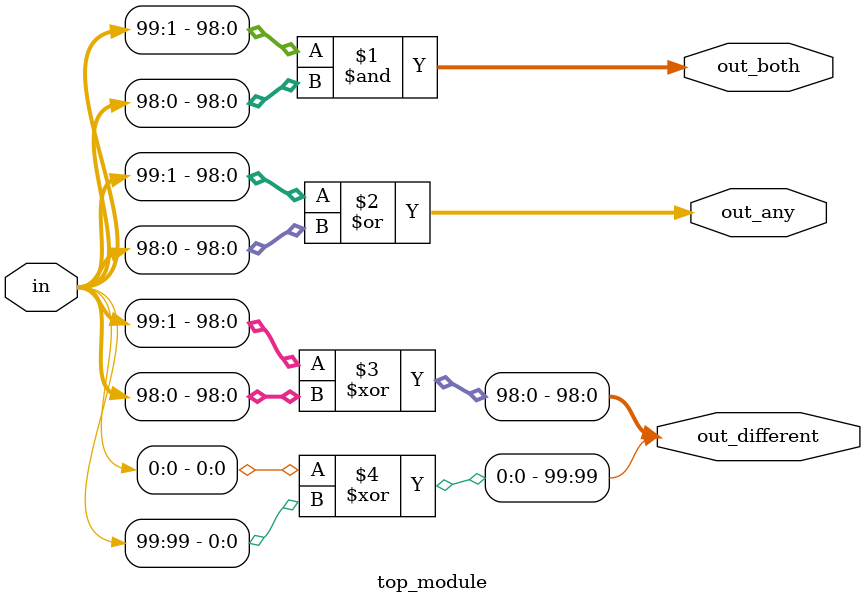
<source format=v>
module top_module( 
    input [99:0] in,
    output [98:0] out_both,
    output [99:1] out_any,
    output [99:0] out_different );

    assign out_both[98:0] 		= {in[99:1]&in[98:0]};
    assign out_any[99:1]  		= {in[99:1]|in[98:0]};
    assign out_different[99:0] 	= {in[0]^in[99],in[99:1]^in[98:0]};
    

 
endmodule

</source>
